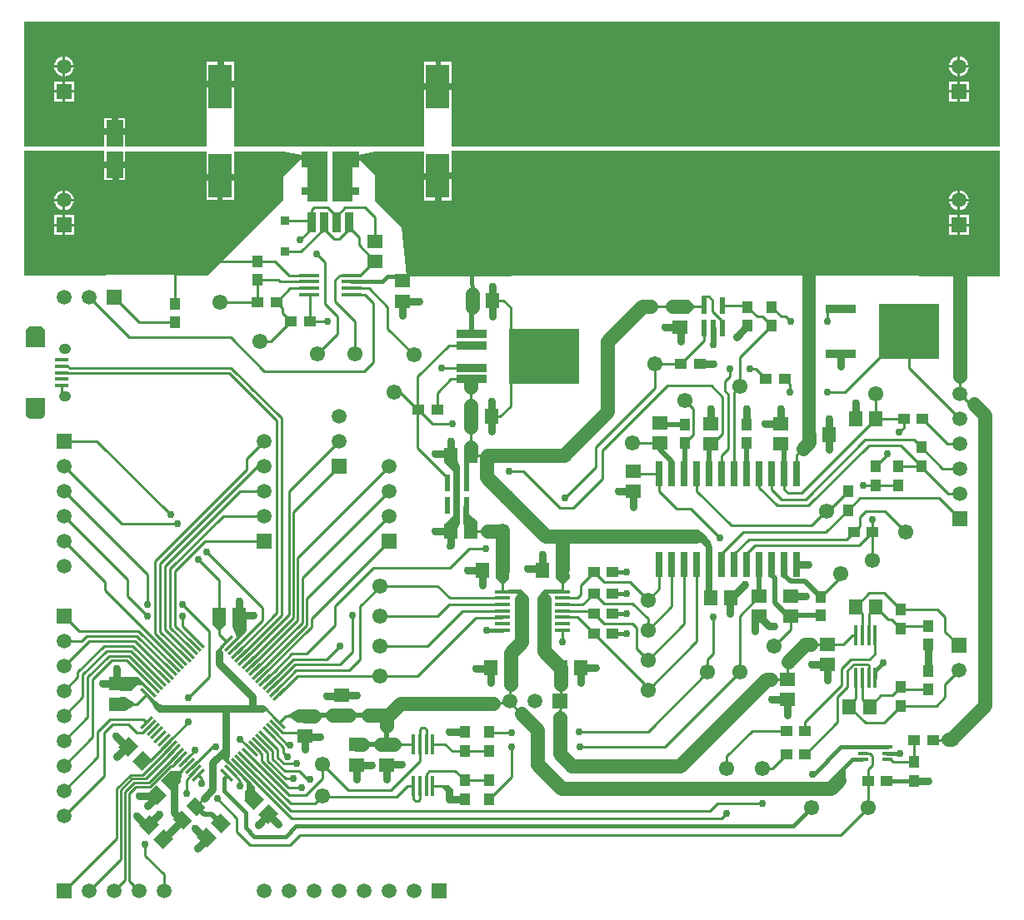
<source format=gtl>
G04*
G04 #@! TF.GenerationSoftware,Altium Limited,Altium Designer,18.1.9 (240)*
G04*
G04 Layer_Physical_Order=1*
G04 Layer_Color=255*
%FSLAX25Y25*%
%MOIN*%
G70*
G01*
G75*
%ADD11C,0.01000*%
%ADD49R,0.05315X0.01575*%
%ADD50R,0.02400X0.07000*%
%ADD51R,0.04134X0.01772*%
%ADD52R,0.01772X0.07874*%
%ADD53R,0.06299X0.01772*%
%ADD54R,0.07874X0.01772*%
%ADD55R,0.24410X0.21850*%
%ADD56R,0.12205X0.03347*%
G04:AMPARAMS|DCode=57|XSize=11.81mil|YSize=62.99mil|CornerRadius=0mil|HoleSize=0mil|Usage=FLASHONLY|Rotation=45.000|XOffset=0mil|YOffset=0mil|HoleType=Round|Shape=Rectangle|*
%AMROTATEDRECTD57*
4,1,4,0.01810,-0.02645,-0.02645,0.01810,-0.01810,0.02645,0.02645,-0.01810,0.01810,-0.02645,0.0*
%
%ADD57ROTATEDRECTD57*%

G04:AMPARAMS|DCode=58|XSize=11.81mil|YSize=62.99mil|CornerRadius=0mil|HoleSize=0mil|Usage=FLASHONLY|Rotation=135.000|XOffset=0mil|YOffset=0mil|HoleType=Round|Shape=Rectangle|*
%AMROTATEDRECTD58*
4,1,4,0.02645,0.01810,-0.01810,-0.02645,-0.02645,-0.01810,0.01810,0.02645,0.02645,0.01810,0.0*
%
%ADD58ROTATEDRECTD58*%

%ADD59R,0.02756X0.10236*%
%ADD60R,0.04724X0.04331*%
%ADD61R,0.04331X0.04724*%
%ADD62R,0.03500X0.08000*%
%ADD63R,0.08000X0.20000*%
G04:AMPARAMS|DCode=64|XSize=50.59mil|YSize=57.87mil|CornerRadius=0mil|HoleSize=0mil|Usage=FLASHONLY|Rotation=45.000|XOffset=0mil|YOffset=0mil|HoleType=Round|Shape=Rectangle|*
%AMROTATEDRECTD64*
4,1,4,0.00258,-0.03835,-0.03835,0.00258,-0.00258,0.03835,0.03835,-0.00258,0.00258,-0.03835,0.0*
%
%ADD64ROTATEDRECTD64*%

%ADD65R,0.03740X0.03543*%
%ADD66R,0.06693X0.11024*%
%ADD67R,0.05906X0.05512*%
G04:AMPARAMS|DCode=68|XSize=55.12mil|YSize=59.06mil|CornerRadius=0mil|HoleSize=0mil|Usage=FLASHONLY|Rotation=45.000|XOffset=0mil|YOffset=0mil|HoleType=Round|Shape=Rectangle|*
%AMROTATEDRECTD68*
4,1,4,0.00139,-0.04037,-0.04037,0.00139,-0.00139,0.04037,0.04037,-0.00139,0.00139,-0.04037,0.0*
%
%ADD68ROTATEDRECTD68*%

%ADD69R,0.05512X0.05906*%
%ADD70R,0.09252X0.17717*%
G04:AMPARAMS|DCode=71|XSize=55.12mil|YSize=59.06mil|CornerRadius=0mil|HoleSize=0mil|Usage=FLASHONLY|Rotation=315.000|XOffset=0mil|YOffset=0mil|HoleType=Round|Shape=Rectangle|*
%AMROTATEDRECTD71*
4,1,4,-0.04037,-0.00139,0.00139,0.04037,0.04037,0.00139,-0.00139,-0.04037,-0.04037,-0.00139,0.0*
%
%ADD71ROTATEDRECTD71*%

%ADD72C,0.03000*%
%ADD73C,0.01800*%
%ADD74C,0.02000*%
%ADD75C,0.02800*%
%ADD76C,0.05500*%
%ADD77C,0.02400*%
%ADD78R,0.28060X0.22260*%
%ADD79R,0.02420X0.03000*%
%ADD80R,0.02500X0.03000*%
%ADD81R,0.04500X0.03000*%
%ADD82R,0.03000X0.03000*%
%ADD83R,0.02275X0.03000*%
%ADD84R,0.05500X0.70560*%
%ADD85R,0.24000X0.50295*%
%ADD86R,0.27000X0.50000*%
%ADD87R,1.38100X0.50000*%
%ADD88R,0.27000X0.16000*%
%ADD89R,0.43000X0.50000*%
%ADD90R,1.77400X0.50295*%
%ADD91R,0.32500X0.16000*%
%ADD92R,0.32500X0.50000*%
%ADD93R,0.32500X0.38109*%
%ADD94R,0.32500X0.38500*%
%ADD95R,0.32500X0.49661*%
%ADD96R,0.76000X0.50000*%
%ADD97O,0.04724X0.02067*%
%ADD98O,0.04921X0.04134*%
%ADD99C,0.05906*%
%ADD100R,0.05906X0.05906*%
%ADD101R,0.05906X0.05906*%
%ADD102C,0.06102*%
%ADD103C,0.03000*%
G36*
X39653Y327410D02*
X39154D01*
Y315453D01*
X7153D01*
Y365453D01*
X39653D01*
Y327410D01*
D02*
G37*
G36*
X122000Y307035D02*
X118000Y307035D01*
X118000Y310700D01*
X110760Y303460D01*
Y294260D01*
X80339Y263839D01*
X67500D01*
Y294260D01*
X91000D01*
Y313500D01*
X110760D01*
Y313500D01*
X118000Y312000D01*
X118000Y312000D01*
Y313535D01*
X122000Y313535D01*
X122000Y307035D01*
D02*
G37*
G36*
Y296035D02*
X118000D01*
Y299035D01*
X122000D01*
Y296035D01*
D02*
G37*
G36*
X39154Y301590D02*
X39634D01*
Y263891D01*
X7135D01*
Y313891D01*
X39154D01*
Y301590D01*
D02*
G37*
G36*
X14355Y243086D02*
X14909Y242532D01*
X15209Y241809D01*
Y241417D01*
Y235118D01*
X7728D01*
Y241417D01*
Y241809D01*
X8028Y242532D01*
X8582Y243086D01*
X9305Y243386D01*
X13632D01*
X14355Y243086D01*
D02*
G37*
G36*
X15209Y208347D02*
Y207955D01*
X14909Y207231D01*
X14355Y206678D01*
X13632Y206378D01*
X9305D01*
X8582Y206678D01*
X8028Y207231D01*
X7728Y207955D01*
Y208347D01*
Y214646D01*
X15209D01*
Y208347D01*
D02*
G37*
G36*
X87800Y125300D02*
Y124000D01*
X85500Y121700D01*
X84700D01*
X82400Y124000D01*
Y126900D01*
X87800Y125300D01*
D02*
G37*
G36*
X95900Y122700D02*
Y122200D01*
X95573Y120873D01*
X92200Y117500D01*
X89700Y116600D01*
X92000Y119100D01*
X90400Y123200D01*
Y125880D01*
X91420Y126900D01*
X95900D01*
Y122700D01*
D02*
G37*
G36*
X87100Y115200D02*
X86194Y113932D01*
X86292Y111783D01*
X86100Y111400D01*
X83800Y111100D01*
Y113500D01*
X86200Y115900D01*
X87100Y115200D01*
D02*
G37*
G36*
X55900Y99800D02*
X54750Y99300D01*
X54350Y99700D01*
X52200D01*
X50099Y97599D01*
X45650D01*
X45500Y97749D01*
Y103100D01*
X52600D01*
X55900Y99800D01*
D02*
G37*
G36*
X51200Y92700D02*
X51300Y91800D01*
X47400Y89500D01*
X45800D01*
X45400Y95000D01*
X47300D01*
X51200Y92700D01*
D02*
G37*
G36*
X61400Y92100D02*
X62600Y91800D01*
X63500Y88800D01*
X61100D01*
X59200Y90700D01*
X58400Y92100D01*
X56500Y94800D01*
X58200D01*
X61400Y92100D01*
D02*
G37*
G36*
X118100Y90000D02*
X117400Y89300D01*
Y84793D01*
X116507D01*
X113000Y87100D01*
X111828Y87535D01*
X116600Y90200D01*
X118100Y90000D01*
D02*
G37*
G36*
X89100Y72100D02*
Y69500D01*
X89599Y68800D01*
X88700Y68200D01*
X87200Y69500D01*
X86200Y70700D01*
Y72600D01*
X87600D01*
X88100Y73100D01*
X89100Y72100D01*
D02*
G37*
G36*
X71594Y66300D02*
X69900Y64250D01*
X69694Y61200D01*
X68394Y59900D01*
X68294Y59800D01*
X64194Y64000D01*
X65494Y65306D01*
X68900Y65600D01*
X70994Y67300D01*
X71594Y66300D01*
D02*
G37*
G36*
X99350Y59150D02*
Y55450D01*
X97350Y53450D01*
X95245D01*
X95350Y55650D01*
Y57350D01*
X96100Y58100D01*
Y60751D01*
X94500Y62500D01*
X94471Y63900D01*
X99350Y59150D01*
D02*
G37*
G36*
X178600Y56800D02*
Y58200D01*
X177000Y59800D01*
X173700D01*
Y59650D01*
X174200Y59150D01*
X175700Y57400D01*
X178600Y56800D01*
D02*
G37*
G36*
X200400Y136300D02*
X204300D01*
X204700Y135900D01*
X208100D01*
X206000Y138000D01*
X200700D01*
X200400Y136300D01*
D02*
G37*
G36*
X195700Y143400D02*
Y142700D01*
X198000Y140400D01*
X199000D01*
X201200Y142600D01*
X201200Y143300D01*
X195700Y143400D01*
D02*
G37*
G36*
X190900Y156000D02*
D01*
D02*
G37*
G36*
X188535Y165324D02*
X185135Y168256D01*
Y172652D01*
X182835Y171588D01*
Y164000D01*
X188535Y162124D01*
Y165324D01*
D02*
G37*
G36*
X175000Y160976D02*
Y164000D01*
X178800Y167800D01*
Y185300D01*
X174900Y188800D01*
X175300Y192800D01*
X180400Y189900D01*
X181500Y187300D01*
Y164600D01*
X178800Y159300D01*
X175000Y160976D01*
D02*
G37*
G36*
X222535Y136300D02*
X213400D01*
X215100Y138000D01*
X222000D01*
X222535Y136300D01*
D02*
G37*
G36*
X219800Y143500D02*
Y142600D01*
X222000Y140400D01*
X222950D01*
X225300Y142750D01*
Y144100D01*
X219800Y143500D01*
D02*
G37*
G36*
X279933Y150880D02*
X282533D01*
Y154580D01*
X282433Y154680D01*
X281676Y157024D01*
X279225Y160177D01*
X276664Y162036D01*
X273289D01*
X271333Y160080D01*
X274533Y156880D01*
Y156680D01*
X277920D01*
X279626Y154974D01*
X279933Y150880D01*
D02*
G37*
G36*
X342600Y69100D02*
X338900Y69100D01*
X335800Y66000D01*
Y61698D01*
X333016Y61783D01*
Y63217D01*
X332050Y62250D01*
X330800Y63500D01*
X338100Y70800D01*
X343100D01*
X342600Y69100D01*
D02*
G37*
G36*
X397483Y315500D02*
X364983D01*
Y365500D01*
X397483D01*
Y315500D01*
D02*
G37*
G36*
X141000Y296035D02*
X137250D01*
Y299035D01*
X141000D01*
Y296035D01*
D02*
G37*
G36*
Y312000D02*
X147500Y313535D01*
X167016Y313528D01*
X167016Y293756D01*
X202000Y293756D01*
X202000Y263535D01*
X177465Y263535D01*
X159900D01*
X158053Y282947D01*
X147500Y293500D01*
Y304102D01*
X141000Y310602D01*
Y307035D01*
X137000D01*
Y313535D01*
X141000D01*
Y312000D01*
D02*
G37*
G36*
X397483Y263500D02*
X364983D01*
Y313795D01*
X397483D01*
Y263500D01*
D02*
G37*
G36*
X275200Y251700D02*
Y250800D01*
X273000Y248600D01*
X270400D01*
X270000Y254000D01*
X272900D01*
X275200Y251700D01*
D02*
G37*
%LPC*%
G36*
X23500Y351421D02*
Y348000D01*
X26921D01*
X26851Y348532D01*
X26453Y349493D01*
X25819Y350319D01*
X24993Y350953D01*
X24032Y351351D01*
X23500Y351421D01*
D02*
G37*
G36*
X22500D02*
X21968Y351351D01*
X21007Y350953D01*
X20181Y350319D01*
X19547Y349493D01*
X19149Y348532D01*
X19079Y348000D01*
X22500D01*
Y351421D01*
D02*
G37*
G36*
X26921Y347000D02*
X23500D01*
Y343579D01*
X24032Y343649D01*
X24993Y344047D01*
X25819Y344681D01*
X26453Y345507D01*
X26851Y346468D01*
X26921Y347000D01*
D02*
G37*
G36*
X22500D02*
X19079D01*
X19149Y346468D01*
X19547Y345507D01*
X20181Y344681D01*
X21007Y344047D01*
X21968Y343649D01*
X22500Y343579D01*
Y347000D01*
D02*
G37*
G36*
X26953Y341453D02*
X23500D01*
Y338000D01*
X26953D01*
Y341453D01*
D02*
G37*
G36*
X22500D02*
X19047D01*
Y338000D01*
X22500D01*
Y341453D01*
D02*
G37*
G36*
X26953Y337000D02*
X23500D01*
Y333547D01*
X26953D01*
Y337000D01*
D02*
G37*
G36*
X22500D02*
X19047D01*
Y333547D01*
X22500D01*
Y337000D01*
D02*
G37*
G36*
X23500Y297921D02*
Y294500D01*
X26921D01*
X26851Y295032D01*
X26453Y295993D01*
X25819Y296819D01*
X24993Y297453D01*
X24032Y297851D01*
X23500Y297921D01*
D02*
G37*
G36*
X22500D02*
X21968Y297851D01*
X21007Y297453D01*
X20181Y296819D01*
X19547Y295993D01*
X19149Y295032D01*
X19079Y294500D01*
X22500D01*
Y297921D01*
D02*
G37*
G36*
X26921Y293500D02*
X23500D01*
Y290079D01*
X24032Y290149D01*
X24993Y290547D01*
X25819Y291181D01*
X26453Y292007D01*
X26851Y292968D01*
X26921Y293500D01*
D02*
G37*
G36*
X22500D02*
X19079D01*
X19149Y292968D01*
X19547Y292007D01*
X20181Y291181D01*
X21007Y290547D01*
X21968Y290149D01*
X22500Y290079D01*
Y293500D01*
D02*
G37*
G36*
X26953Y287953D02*
X23500D01*
Y284500D01*
X26953D01*
Y287953D01*
D02*
G37*
G36*
X22500D02*
X19047D01*
Y284500D01*
X22500D01*
Y287953D01*
D02*
G37*
G36*
X26953Y283500D02*
X23500D01*
Y280047D01*
X26953D01*
Y283500D01*
D02*
G37*
G36*
X22500D02*
X19047D01*
Y280047D01*
X22500D01*
Y283500D01*
D02*
G37*
G36*
X381500Y351421D02*
Y348000D01*
X384921D01*
X384851Y348532D01*
X384453Y349493D01*
X383819Y350319D01*
X382993Y350953D01*
X382032Y351351D01*
X381500Y351421D01*
D02*
G37*
G36*
X380500D02*
X379968Y351351D01*
X379007Y350953D01*
X378181Y350319D01*
X377547Y349493D01*
X377149Y348532D01*
X377079Y348000D01*
X380500D01*
Y351421D01*
D02*
G37*
G36*
X384921Y347000D02*
X381500D01*
Y343579D01*
X382032Y343649D01*
X382993Y344047D01*
X383819Y344681D01*
X384453Y345507D01*
X384851Y346468D01*
X384921Y347000D01*
D02*
G37*
G36*
X380500D02*
X377079D01*
X377149Y346468D01*
X377547Y345507D01*
X378181Y344681D01*
X379007Y344047D01*
X379968Y343649D01*
X380500Y343579D01*
Y347000D01*
D02*
G37*
G36*
X384953Y341453D02*
X381500D01*
Y338000D01*
X384953D01*
Y341453D01*
D02*
G37*
G36*
X380500D02*
X377047D01*
Y338000D01*
X380500D01*
Y341453D01*
D02*
G37*
G36*
X384953Y337000D02*
X381500D01*
Y333547D01*
X384953D01*
Y337000D01*
D02*
G37*
G36*
X380500D02*
X377047D01*
Y333547D01*
X380500D01*
Y337000D01*
D02*
G37*
G36*
X381500Y297921D02*
Y294500D01*
X384921D01*
X384851Y295032D01*
X384453Y295993D01*
X383819Y296819D01*
X382993Y297453D01*
X382032Y297851D01*
X381500Y297921D01*
D02*
G37*
G36*
X380500D02*
X379968Y297851D01*
X379007Y297453D01*
X378181Y296819D01*
X377547Y295993D01*
X377149Y295032D01*
X377079Y294500D01*
X380500D01*
Y297921D01*
D02*
G37*
G36*
X384921Y293500D02*
X381500D01*
Y290079D01*
X382032Y290149D01*
X382993Y290547D01*
X383819Y291181D01*
X384453Y292007D01*
X384851Y292968D01*
X384921Y293500D01*
D02*
G37*
G36*
X380500D02*
X377079D01*
X377149Y292968D01*
X377547Y292007D01*
X378181Y291181D01*
X379007Y290547D01*
X379968Y290149D01*
X380500Y290079D01*
Y293500D01*
D02*
G37*
G36*
X384953Y287953D02*
X381500D01*
Y284500D01*
X384953D01*
Y287953D01*
D02*
G37*
G36*
X380500D02*
X377047D01*
Y284500D01*
X380500D01*
Y287953D01*
D02*
G37*
G36*
X384953Y283500D02*
X381500D01*
Y280047D01*
X384953D01*
Y283500D01*
D02*
G37*
G36*
X380500D02*
X377047D01*
Y280047D01*
X380500D01*
Y283500D01*
D02*
G37*
%LPD*%
D11*
X93797Y111496D02*
X110100Y127799D01*
X75000Y224882D02*
X89018D01*
X108100Y205800D01*
X52800Y224882D02*
X75000Y224882D01*
X108100Y128628D02*
Y205800D01*
X92383Y112910D02*
X108100Y128628D01*
X22000Y224882D02*
X25118D01*
X89846Y226882D02*
X110100Y206628D01*
X97503Y219225D02*
X110100Y206628D01*
X51386Y226882D02*
X75000Y226882D01*
X89846D01*
X110100Y127799D02*
Y206628D01*
X22000Y227441D02*
X24559D01*
X25118Y226882D01*
Y224882D02*
X52800D01*
X25118Y226882D02*
X51386D01*
X90991Y114302D02*
X102500Y125811D01*
Y130672D01*
X113000Y177500D02*
X133000Y197500D01*
X113000Y127960D02*
Y177500D01*
X95167Y110126D02*
X113000Y127960D01*
X114654Y169154D02*
X133000Y187500D01*
X114654Y126830D02*
Y169154D01*
X116379Y150879D02*
X153000Y187500D01*
X116379Y125643D02*
Y150879D01*
X118214Y142714D02*
X153000Y177500D01*
X118214Y124822D02*
Y142714D01*
X120101Y134601D02*
X153000Y167500D01*
X120101Y123925D02*
Y134601D01*
X122000Y126500D02*
X153000Y157500D01*
X122000Y123228D02*
Y126500D01*
X96559Y108734D02*
X114654Y126830D01*
X98078Y107343D02*
X116379Y125643D01*
X99343Y105951D02*
X118214Y124822D01*
X100734Y104559D02*
X120101Y123925D01*
X102126Y103354D02*
X122000Y123228D01*
X96000Y186000D02*
Y190500D01*
X59500Y149500D02*
X96000Y186000D01*
Y190500D02*
X103000Y197500D01*
X103087Y225500D02*
X143079D01*
X89599Y238988D02*
X103087Y225500D01*
X49012Y238988D02*
X89599D01*
X61500Y148500D02*
X101750Y188750D01*
X63500Y147500D02*
X93500Y177500D01*
X65500Y146406D02*
X86594Y167500D01*
X79500Y157500D02*
X103000D01*
X67500Y145500D02*
X79500Y157500D01*
X80000Y153172D02*
X102500Y130672D01*
X76793Y150000D02*
X85114Y141679D01*
X97951Y107343D02*
X98078D01*
X36158Y197500D02*
X65658Y168000D01*
X46000Y164500D02*
X68500D01*
X67500Y123595D02*
Y145500D01*
X65500Y122811D02*
Y146406D01*
X86594Y167500D02*
X103000D01*
X102126Y103167D02*
Y103354D01*
X261333Y194267D02*
X263706Y196640D01*
X365813Y187380D02*
X376654Y176540D01*
X278521Y255286D02*
X281021D01*
X222508Y137177D02*
Y146575D01*
X221559Y93499D02*
X221618Y100000D01*
X221500Y87000D02*
X221559Y93499D01*
X321933Y163640D02*
X328233Y169940D01*
X194827Y92800D02*
X201500D01*
X141500Y131405D02*
X149595Y139500D01*
X187839Y126880D02*
X198492D01*
X116379Y103500D02*
X164459D01*
X164500Y210000D02*
Y223400D01*
Y194623D02*
Y210000D01*
X100465Y253240D02*
Y262020D01*
X48400Y135600D02*
X56500Y127500D01*
X162679Y232321D02*
X163521D01*
X257080Y109287D02*
Y110180D01*
X336662Y91234D02*
X339859Y94431D01*
X319250Y72250D02*
X319750D01*
X385373Y212400D02*
X386900D01*
X381233Y216540D02*
X385373Y212400D01*
X23000Y167500D02*
X48400Y142100D01*
Y135600D02*
Y142100D01*
X59500Y120460D02*
Y149500D01*
X70500Y123379D02*
Y127400D01*
Y123379D02*
X76793Y117086D01*
X67500Y123595D02*
X75401Y115694D01*
X63000Y17500D02*
Y24000D01*
X55500Y31500D02*
X63000Y24000D01*
X55500Y31500D02*
Y36000D01*
X23000Y157500D02*
X39500Y141000D01*
Y137676D02*
Y141000D01*
X23000Y177500D02*
X56426Y144074D01*
Y132059D02*
Y144074D01*
X23000Y187500D02*
X46000Y164500D01*
X23000Y197500D02*
X36158D01*
X85114Y127700D02*
Y141679D01*
X70500Y131950D02*
X81000Y121450D01*
Y102975D02*
Y121450D01*
X72825Y94800D02*
X81000Y102975D01*
X23000Y127500D02*
X28963Y121537D01*
X52855D01*
X61500Y121244D02*
Y148500D01*
X93500Y177500D02*
X103000D01*
X63500Y122028D02*
Y147500D01*
X39500Y137676D02*
X68441Y108734D01*
X32000Y119500D02*
X52108D01*
X30000Y117500D02*
X32000Y119500D01*
X23000Y117500D02*
X30000D01*
X52108Y119500D02*
X65658Y105951D01*
X23000Y107500D02*
X33000Y117500D01*
X28446Y104946D02*
X39000Y115500D01*
X28446Y102946D02*
Y104946D01*
X23000Y97500D02*
X28446Y102946D01*
X23000Y87500D02*
X30500Y95000D01*
Y104000D01*
X23000Y77500D02*
X32500Y87000D01*
Y103000D01*
X23000Y67500D02*
X34500Y79000D01*
Y102251D01*
X39000Y80612D02*
X42388Y84000D01*
X39000Y63500D02*
Y80612D01*
X23000Y47500D02*
X39000Y63500D01*
X23000Y57500D02*
X36500Y71000D01*
Y81112D01*
X33000Y117500D02*
X51324D01*
X39000Y115500D02*
X50540D01*
X30500Y104000D02*
X40000Y113500D01*
X32500Y103000D02*
X41018Y111518D01*
X40000Y113500D02*
X49756D01*
X41018Y111518D02*
X48954D01*
X42016Y109767D02*
X47922D01*
X34500Y102251D02*
X42016Y109767D01*
X36500Y81112D02*
X41388Y86000D01*
X54707D02*
X55914Y84793D01*
X41388Y86000D02*
X54707D01*
X48674Y84000D02*
X52057Y80617D01*
X42388Y84000D02*
X48674D01*
X52855Y121537D02*
X67049Y107343D01*
X44000Y58363D02*
X49551Y63914D01*
X44000Y38500D02*
Y58363D01*
X23000Y17500D02*
X44000Y38500D01*
X49551Y63914D02*
X54522D01*
X45674Y57775D02*
X50200Y62300D01*
X45674Y30174D02*
Y57775D01*
X33000Y17500D02*
X45674Y30174D01*
X50200Y62300D02*
X55692D01*
X47275Y57037D02*
X50937Y60700D01*
X47275Y21775D02*
Y57037D01*
X43000Y17500D02*
X47275Y21775D01*
X50937Y60700D02*
X56876D01*
X49000Y56500D02*
X51600Y59100D01*
X49000Y21500D02*
Y56500D01*
Y21500D02*
X53000Y17500D01*
X51600Y59100D02*
X57539D01*
X143339Y256161D02*
X146800Y252700D01*
Y229221D02*
Y252700D01*
X143079Y225500D02*
X146800Y229221D01*
X33000Y255000D02*
X49012Y238988D01*
X43000Y255000D02*
X52945Y245055D01*
X177824Y222324D02*
X185821D01*
X22000Y216614D02*
Y219764D01*
Y216614D02*
X23280Y215335D01*
X201692Y220692D02*
X210500Y229500D01*
X201692Y211492D02*
Y220692D01*
X197500Y207300D02*
X201692Y211492D01*
Y240500D02*
Y250948D01*
X198840Y253800D02*
X201692Y250948D01*
X193892Y207300D02*
X197500D01*
X194392Y253800D02*
X198840D01*
X155465Y76265D02*
X162797D01*
X152500Y242500D02*
X162679Y232321D01*
X152500Y242500D02*
Y251240D01*
X176888Y235788D02*
X186124D01*
X164500Y223400D02*
X176888Y235788D01*
X185735Y161500D02*
X192500D01*
X185821Y211814D02*
Y219121D01*
X201100Y185300D02*
X206834D01*
X221434Y170700D01*
X185735Y191800D02*
X192300D01*
X185821Y195086D02*
Y203000D01*
X222508Y146575D02*
X222535Y146602D01*
X226700Y170700D02*
X238500Y182500D01*
X221434Y170700D02*
X226700D01*
X259400Y251321D02*
X266300D01*
X201500Y102543D02*
X201657Y102700D01*
X201500Y93500D02*
Y102543D01*
X321700Y115994D02*
X321741Y116035D01*
X328500D01*
X312500Y109126D02*
X312637Y109263D01*
X312500Y102035D02*
Y109126D01*
X305800Y102035D02*
X312500D01*
X221400Y86900D02*
X221500Y87000D01*
X201500Y92800D02*
X206000Y88300D01*
X266206Y184491D02*
Y189394D01*
X316206Y192206D02*
X318600Y194600D01*
X316206Y184491D02*
Y192206D01*
X75707Y51407D02*
X78900Y54600D01*
X75707Y51207D02*
Y51407D01*
X170474Y59336D02*
X175164D01*
X143500Y87665D02*
X144565D01*
X376491Y77891D02*
X376800Y78200D01*
X370673Y77891D02*
X376491D01*
X381233Y216540D02*
Y223500D01*
X278457Y251321D02*
X279021Y251886D01*
X269261Y251321D02*
X278457D01*
X198427Y145800D02*
X198492Y145735D01*
Y137177D02*
Y145735D01*
X328500Y116035D02*
X334735D01*
X338399Y119699D01*
X339859D01*
X85114Y120179D02*
X88207Y117086D01*
X85114Y120179D02*
Y127700D01*
X44000Y92265D02*
X51972D01*
X55914Y96207D01*
X102500Y90300D02*
X103579D01*
X109086Y84793D01*
X111828Y87535D02*
X119500D01*
X109086Y84793D02*
X111828Y87535D01*
X50540Y115500D02*
X62874Y103167D01*
X51324Y117500D02*
X64266Y104559D01*
X65500Y122811D02*
X74009Y114302D01*
X63500Y122028D02*
X72617Y112910D01*
X61500Y121244D02*
X71225Y111518D01*
X52945Y245055D02*
X67500D01*
X362913Y198000D02*
X365933Y194980D01*
X343353Y198000D02*
X362913D01*
X319593Y174240D02*
X343353Y198000D01*
X357588Y195845D02*
X365933Y187500D01*
X344938Y195845D02*
X357588D01*
X320733Y171640D02*
X344938Y195845D01*
X357093Y201000D02*
X358993Y202900D01*
X347733Y187380D02*
X352500Y192147D01*
Y192300D01*
X47922Y109767D02*
X58698Y98991D01*
X48954Y111518D02*
X60090Y100383D01*
X95167Y70874D02*
X98172Y67869D01*
Y67869D02*
Y67869D01*
X96559Y72265D02*
X99562Y69262D01*
Y69259D02*
Y69262D01*
X103518Y101775D02*
X107218Y105475D01*
X107240D01*
X76793Y63914D02*
X78200Y62507D01*
Y60600D02*
Y62507D01*
X157294Y217206D02*
X164500Y210000D01*
X155000Y217206D02*
X157294D01*
X59500Y120460D02*
X69833Y110126D01*
X82511Y75200D02*
X83575D01*
X74009Y66698D02*
X82511Y75200D01*
X72000Y56600D02*
Y61905D01*
X75401Y65306D01*
X110900Y68400D02*
X115900D01*
X108500Y70800D02*
X110900Y68400D01*
X49756Y113500D02*
X61482Y101775D01*
X117194Y65306D02*
X120300Y62200D01*
X111394Y65306D02*
X117194D01*
X106500Y70200D02*
X111394Y65306D01*
X120300Y62200D02*
X121300D01*
X106302Y82009D02*
X112511Y75800D01*
X113300D01*
X110700Y72800D02*
X112300Y71200D01*
X110700Y72800D02*
Y74827D01*
X104910Y80617D02*
X110700Y74827D01*
X108500Y70800D02*
Y74244D01*
X103518Y79225D02*
X108500Y74244D01*
X106500Y70200D02*
Y73460D01*
X111700Y62300D02*
X114654D01*
X104400Y69600D02*
X111700Y62300D01*
X104400Y69600D02*
Y72776D01*
X100734Y76441D02*
X104400Y72776D01*
X102200Y69500D02*
X112800Y58900D01*
X118000D01*
X102200Y69500D02*
Y72192D01*
X99343Y75049D02*
X102200Y72192D01*
X119700Y55700D02*
X126500Y62500D01*
X113120Y55700D02*
X119700D01*
X99562Y69259D02*
X113120Y55700D01*
X93300Y78200D02*
X93408D01*
X97951Y73658D01*
X102126Y77833D02*
X106500Y73460D01*
X110345Y80751D02*
X118214D01*
X119500Y79465D01*
X107694Y83401D02*
X110345Y80751D01*
X123400Y52400D02*
X126500Y55500D01*
X113640Y52400D02*
X123400D01*
X98172Y67869D02*
X113640Y52400D01*
X113756Y49500D02*
X281500D01*
X93775Y69482D02*
X113756Y49500D01*
X113972Y46500D02*
X286200D01*
X92383Y68090D02*
X113972Y46500D01*
X136700Y57758D02*
X153635D01*
X126500Y67958D02*
X136700Y57758D01*
X126500Y62500D02*
Y67958D01*
X146800Y146800D02*
X177300D01*
X131500Y131500D02*
X146800Y146800D01*
X131500Y123699D02*
Y131500D01*
X120101Y112300D02*
X131500Y123699D01*
X114066Y112300D02*
X120101D01*
X107240Y105475D02*
X114066Y112300D01*
X114654Y110126D02*
X128126D01*
X133500Y115500D01*
X138500Y113134D02*
Y127640D01*
X52057Y80617D02*
X54522D01*
X57306Y83401D01*
X84300Y54300D02*
X92100Y46500D01*
Y41100D02*
Y46500D01*
Y41100D02*
X97300Y35900D01*
X113450D01*
X117250Y39700D01*
X333693Y39700D02*
X344693Y50700D01*
X117250Y39700D02*
X333693Y39700D01*
X90991Y66698D02*
X97700Y59989D01*
Y56600D02*
Y59989D01*
Y56600D02*
X99100Y55200D01*
X93500Y59600D02*
Y61405D01*
X89599Y65306D02*
X93500Y61405D01*
X64266Y76441D02*
X72825Y85001D01*
X57539Y59100D02*
X65739Y67300D01*
X66260D01*
X69833Y70874D01*
X56876Y60700D02*
X68441Y72265D01*
X55692Y62300D02*
X67049Y73658D01*
X54522Y63914D02*
X65658Y75049D01*
X75401Y73658D02*
X75401D01*
X71225Y69482D02*
X75401Y73658D01*
X57271Y69446D02*
X64266Y76441D01*
X54254Y69446D02*
X57271D01*
X284400Y52400D02*
X302400D01*
X281500Y49500D02*
X284400Y52400D01*
X286200Y46500D02*
X288200Y48500D01*
X133330Y107965D02*
X138500Y113134D01*
X115276Y107965D02*
X133330D01*
X104910Y100383D02*
X114654Y110126D01*
X106302Y98991D02*
X115276Y107965D01*
X107694Y97599D02*
X115722Y105626D01*
X137126D02*
X141500Y110000D01*
X115722Y105626D02*
X137126D01*
X141500Y110000D02*
Y131405D01*
X149595Y139500D02*
X172500D01*
X177382Y134618D02*
X198492D01*
X172500Y139500D02*
X177382Y134618D01*
X182500Y129500D02*
X198492D01*
X168500Y115500D02*
X182500Y129500D01*
X149618Y115500D02*
X168500D01*
X164459Y103500D02*
X187839Y126880D01*
X149500Y127382D02*
X149618Y127500D01*
X172500D01*
X149500Y115382D02*
X149618Y115500D01*
X253028Y196845D02*
X261333D01*
X238500Y182500D02*
Y193928D01*
X264212Y219640D02*
X282083D01*
X238500Y193928D02*
X264212Y219640D01*
X259500Y218916D02*
Y228584D01*
X235657Y195072D02*
X259500Y218916D01*
X235657Y187057D02*
Y195072D01*
X223500Y174900D02*
X235657Y187057D01*
X282761Y112290D02*
Y126941D01*
X280500Y110028D02*
X282761Y112290D01*
X280500Y105000D02*
Y110028D01*
X256612Y81112D02*
X280500Y105000D01*
X109086Y96207D02*
X116379Y103500D01*
X126500Y55500D02*
X127042Y54957D01*
X344693Y50700D02*
Y61460D01*
X306520Y66500D02*
X312020Y72000D01*
X302400Y66500D02*
X306520D01*
X288200D02*
Y71450D01*
X229500Y75200D02*
X263440D01*
X229200Y81112D02*
X256612D01*
X288200Y71450D02*
X298250Y81500D01*
X307206Y115500D02*
X313706Y122000D01*
X319500Y85267D02*
X334000Y99767D01*
X319500Y81500D02*
Y85267D01*
X337735Y110234D02*
X345298D01*
X334000Y106500D02*
X337735Y110234D01*
X334000Y99767D02*
Y106500D01*
X319750Y72250D02*
X332500Y85000D01*
X319500Y72000D02*
X319750Y72250D01*
X336500Y105789D02*
X338945Y108234D01*
X336500Y99000D02*
Y105789D01*
X332500Y95000D02*
X336500Y99000D01*
X332500Y85000D02*
Y95000D01*
X337162Y91234D02*
X343662Y84734D01*
X298250Y81500D02*
X312020D01*
X375500Y95000D02*
Y100126D01*
X371994Y91494D02*
X375500Y95000D01*
X357635Y91494D02*
X371994D01*
X375500Y100126D02*
X381000Y105626D01*
X375500Y121126D02*
X381000Y115626D01*
X375500Y121126D02*
Y127000D01*
X372525Y129975D02*
X375500Y127000D01*
X357698Y129975D02*
X372525D01*
X333733Y143147D02*
Y144500D01*
X325706Y135120D02*
X333733Y143147D01*
X363066Y77764D02*
X363193Y77891D01*
X363066Y68940D02*
Y77764D01*
X354693Y68940D02*
X363066D01*
X353659Y69974D02*
X354693Y68940D01*
X352256Y69974D02*
X353659D01*
X344693Y62759D02*
Y66194D01*
X346433Y67935D01*
Y71433D01*
X345333Y72533D02*
X346433Y71433D01*
X342610Y72533D02*
X345333D01*
X193135Y54217D02*
X201900Y62982D01*
Y74958D01*
X193135Y80998D02*
X193383Y80751D01*
X201900D01*
X263440Y75200D02*
X293240Y105000D01*
Y127450D02*
X301206Y135416D01*
X293240Y105000D02*
Y127450D01*
X256600Y97767D02*
Y98810D01*
X234910Y120500D02*
X256600Y98810D01*
X234910Y128500D02*
X238910Y124500D01*
X250333D01*
X252000Y122833D01*
Y114367D02*
Y122833D01*
Y114367D02*
X256600Y109767D01*
X234910Y136500D02*
X238910Y132500D01*
X250500D01*
X256600Y126400D01*
Y121767D02*
Y126400D01*
X234910Y145000D02*
X238910Y141000D01*
X249367D01*
X256600Y133767D01*
X261206Y138373D02*
Y148270D01*
X256600Y133767D02*
X261206Y138373D01*
X256600Y109767D02*
X271206Y124373D01*
X256600Y121767D02*
X266206Y131373D01*
X271206Y124373D02*
Y148270D01*
X256600Y97767D02*
X276206Y117373D01*
X177300Y146800D02*
X184900Y154400D01*
X191700D01*
X222508Y126941D02*
X228469D01*
X222508Y134618D02*
X228238D01*
X229692Y136072D01*
Y139782D02*
X234910Y145000D01*
X229692Y136072D02*
Y139782D01*
X230469Y132059D02*
X234910Y136500D01*
X222508Y132059D02*
X230469D01*
X233910Y129500D02*
X234910Y128500D01*
X222508Y129500D02*
X233910D01*
X177059Y132059D02*
X198492D01*
X172500Y127500D02*
X177059Y132059D01*
X361130Y226643D02*
Y241500D01*
Y226643D02*
X381233Y206540D01*
X366473D02*
X376473Y196540D01*
X381233D01*
X365933Y194980D02*
X374373Y186540D01*
X381233D01*
X376654Y176540D02*
X381233D01*
X373133Y174640D02*
X381233Y166540D01*
X341473Y174640D02*
X373133D01*
X335439Y217206D02*
X359733Y241500D01*
X328500Y217206D02*
X335439D01*
X311240Y222500D02*
X313500Y220240D01*
Y217000D02*
Y220240D01*
X289500Y223535D02*
Y226500D01*
X287500Y221535D02*
X289500Y223535D01*
X287500Y217500D02*
Y221535D01*
X297500Y226500D02*
X299760D01*
X303760Y222500D01*
X293500Y231054D02*
X306206Y243760D01*
X293500Y219500D02*
Y231054D01*
X287500Y217500D02*
X288661Y216339D01*
Y194384D02*
Y216339D01*
X286206Y191929D02*
X288661Y194384D01*
X286206Y184491D02*
Y191929D01*
X282083Y219640D02*
X286500Y215223D01*
Y200407D02*
Y215223D01*
X282438Y196345D02*
X286500Y200407D01*
X329212Y250476D02*
X333768D01*
X328233Y249498D02*
X329212Y250476D01*
X328233Y245500D02*
Y249498D01*
X306206Y251240D02*
X309946Y247500D01*
X311706D01*
X313706Y245500D01*
X302466Y247500D02*
X306206Y243760D01*
X300276Y247500D02*
X302466D01*
X296535Y251240D02*
X300276Y247500D01*
X295890Y251886D02*
X296535Y251240D01*
X286502Y251886D02*
X295890D01*
X291206Y217206D02*
X293500Y219500D01*
X291206Y184491D02*
Y217206D01*
X329293Y169940D02*
X336733Y177380D01*
X328233Y169940D02*
X329293D01*
X259500Y228584D02*
X269752D01*
X299466Y155640D02*
X340973D01*
X296206Y152380D02*
X299466Y155640D01*
X228469Y126941D02*
X234910Y120500D01*
X279021Y237854D02*
Y242686D01*
X269752Y228584D02*
X279021Y237854D01*
X276206Y117373D02*
Y148270D01*
X338945Y108234D02*
X344438D01*
X357698Y122494D02*
X358678Y123475D01*
X368698D01*
X357635Y98975D02*
X358616Y97994D01*
X368698D01*
X354395Y95735D02*
X357635Y98975D01*
X349733Y95735D02*
X354395D01*
X345233Y91234D02*
X349733Y95735D01*
X343662Y84734D02*
X350876D01*
X357635Y91494D01*
X342418Y94049D02*
X345233Y91234D01*
X342418Y94049D02*
Y102770D01*
X339859Y94431D02*
Y102770D01*
X353958Y126234D02*
X357698Y122494D01*
X352733Y126234D02*
X353958D01*
X347733Y131234D02*
X352733Y126234D01*
X339662Y131234D02*
X345162Y136734D01*
X350938D01*
X357698Y129975D01*
X344977Y128479D02*
X347733Y131234D01*
X344977Y119699D02*
Y128479D01*
X339662Y131234D02*
X342418Y128479D01*
Y119699D02*
Y128479D01*
X345298Y110234D02*
X347536Y112473D01*
Y119699D01*
X344438Y108234D02*
X344977Y107695D01*
Y102770D02*
Y107695D01*
X127042Y54957D02*
X156135D01*
X160514Y59336D01*
X162797D01*
X153635Y57758D02*
X165356Y69478D01*
Y76265D01*
X179532Y65457D02*
X183292Y61698D01*
X169135Y65457D02*
X179532D01*
X167915Y64237D02*
X169135Y65457D01*
X167915Y59336D02*
Y64237D01*
X193135Y61698D02*
X193827D01*
X183292D02*
X193135D01*
X170474Y76265D02*
X175528D01*
X178276Y73517D01*
X183292D01*
X193135D01*
X165356Y54021D02*
Y59336D01*
X164635Y53301D02*
X165356Y54021D01*
X163635Y53301D02*
X164635D01*
X162797Y54139D02*
X163635Y53301D01*
X162797Y54139D02*
Y59336D01*
X167915Y76265D02*
Y82021D01*
X167135Y82801D02*
X167915Y82021D01*
X166135Y82801D02*
X167135D01*
X165356Y82021D02*
X166135Y82801D01*
X165356Y76265D02*
Y82021D01*
X282521Y249286D02*
Y253785D01*
X281021Y255286D02*
X282521Y253785D01*
Y249286D02*
X286502Y245305D01*
Y242686D02*
Y245305D01*
X289883Y163640D02*
X321933D01*
X276206Y177317D02*
X289883Y163640D01*
X294856Y161030D02*
X327863D01*
X286206Y152380D02*
X294856Y161030D01*
X276206Y177317D02*
Y184491D01*
X327863Y161030D02*
X336733Y169900D01*
X281706Y196345D02*
X282438D01*
X313706Y122000D02*
Y127345D01*
X271333Y213928D02*
X274733Y210528D01*
Y200124D02*
Y210528D01*
X271333Y196724D02*
X274733Y200124D01*
X347733Y216380D02*
X347768Y216345D01*
Y206540D02*
Y216345D01*
X328233Y168640D02*
Y168880D01*
X346473Y149640D02*
Y161140D01*
X346233Y166140D02*
X346473Y165900D01*
Y161140D02*
Y165900D01*
X351383Y169490D02*
X359733Y161140D01*
X343783Y169490D02*
X351383D01*
X341233Y166940D02*
X343783Y169490D01*
X341233Y163380D02*
Y166940D01*
X338993Y161140D02*
X341233Y163380D01*
X336733Y169900D02*
X341473Y174640D01*
X335993Y158140D02*
X338993Y161140D01*
X296966Y158140D02*
X335993D01*
X291206Y152380D02*
X296966Y158140D01*
X340973Y155640D02*
X346473Y161140D01*
X347473Y179640D02*
X347733Y179900D01*
X342733Y179640D02*
X347473D01*
X358993Y202900D02*
Y206540D01*
X365813Y187380D02*
X365933Y187500D01*
X356733Y187380D02*
X365813D01*
X347733Y179900D02*
X356733D01*
X308273Y171640D02*
X320733D01*
X309933Y174240D02*
X319593D01*
X318069Y176840D02*
X347768Y206540D01*
X312633Y176840D02*
X318069D01*
X301206Y178707D02*
Y184491D01*
Y178707D02*
X308273Y171640D01*
X347768Y206540D02*
X358993D01*
X311206Y178267D02*
X312633Y176840D01*
X311206Y178267D02*
Y184491D01*
X306206Y177967D02*
X309933Y174240D01*
X306206Y177967D02*
Y184491D01*
X276206Y148270D02*
Y149270D01*
X170260Y204500D02*
X178500D01*
X164760Y210000D02*
X170260Y204500D01*
X250833Y185416D02*
X251758Y184491D01*
X261206D01*
X286206Y148270D02*
Y152380D01*
X273706Y170380D02*
X285233Y158853D01*
X271206Y188880D02*
X271333Y189007D01*
X266206Y131373D02*
Y148270D01*
X222465Y117000D02*
Y121780D01*
X172240Y216740D02*
X177824Y222324D01*
X172240Y210000D02*
Y216740D01*
X173921Y226812D02*
X186124D01*
X164500Y194623D02*
X176460Y182663D01*
Y180900D02*
Y182663D01*
X177500Y155500D02*
X177665Y155665D01*
X177165Y192300D02*
X177665Y191800D01*
X132500Y240500D02*
Y247500D01*
X127500Y252500D02*
X132500Y247500D01*
X127500Y252500D02*
Y269000D01*
X124000Y272500D02*
X127500Y269000D01*
X124500Y232500D02*
X132500Y240500D01*
X121240Y245500D02*
X128500D01*
X131500Y253500D02*
X139500Y245500D01*
X131500Y253500D02*
Y262000D01*
X133339Y263839D01*
X137965D01*
X139500Y232500D02*
Y245500D01*
X145020Y258720D02*
X152500Y251240D01*
X137965Y258720D02*
X145020D01*
X137965Y256161D02*
X143339D01*
X117500Y278000D02*
X122000Y282500D01*
Y285035D01*
X117799Y273299D02*
X127000Y282500D01*
X111500Y273299D02*
X117799D01*
X121335Y285701D02*
X122000Y285035D01*
X111500Y285701D02*
X121335D01*
X133000Y278500D02*
X137000Y282500D01*
X131000Y278500D02*
X133000D01*
X127000Y282500D02*
X131000Y278500D01*
X137000Y282500D02*
Y283000D01*
Y285035D01*
X141000Y275965D02*
Y279000D01*
X137000Y283000D02*
X141000Y279000D01*
Y275965D02*
X147500Y269465D01*
Y277535D02*
Y287000D01*
X143500Y291000D02*
X147500Y287000D01*
X135500Y291000D02*
X143500D01*
X132000Y287500D02*
X135500Y291000D01*
X132000Y285035D02*
Y287500D01*
X122000Y285035D02*
Y290000D01*
X123000Y291000D01*
X128500D01*
X132000Y287500D01*
X146965Y269465D02*
X147500D01*
X141339Y263839D02*
X146965Y269465D01*
X137965Y263839D02*
X141339D01*
X76500Y269500D02*
X100465D01*
X67500Y252535D02*
Y275500D01*
X105760Y237500D02*
X113760Y245500D01*
X101500Y237500D02*
X105760D01*
X85240Y253240D02*
X100465D01*
X121035Y256161D02*
X121240Y255957D01*
Y245500D02*
Y255957D01*
X113461Y258720D02*
X121035D01*
X107980Y253240D02*
X113461Y258720D01*
X110465Y248795D02*
X113760Y245500D01*
X110465Y248795D02*
Y250756D01*
X107980Y253240D02*
X110465Y250756D01*
X109500Y261280D02*
X121035D01*
X108760Y262020D02*
X109500Y261280D01*
X100465Y262020D02*
X108760D01*
X100465Y269500D02*
X107500D01*
X113161Y263839D01*
X121035D01*
X289742Y134880D02*
X290206D01*
X268206Y170380D02*
X273706D01*
X313706Y127345D02*
X314001Y127640D01*
X306206Y143880D02*
Y148270D01*
X311206Y143880D02*
Y148270D01*
X261206Y177380D02*
X268206Y170380D01*
X261206Y177380D02*
Y184491D01*
X306206D02*
Y188880D01*
X281206Y195845D02*
X281706Y196345D01*
X271206Y184491D02*
Y188880D01*
X309671Y210345D02*
X309706Y210380D01*
X309671Y196345D02*
X311206Y194809D01*
X296206Y149270D02*
Y152380D01*
X291206Y149270D02*
Y152380D01*
X281206Y148270D02*
Y149270D01*
D49*
X22000Y230000D02*
D03*
Y227441D02*
D03*
Y224882D02*
D03*
Y222323D02*
D03*
Y219764D02*
D03*
D50*
X279021Y251886D02*
D03*
X286502D02*
D03*
Y242686D02*
D03*
X282761D02*
D03*
X279021D02*
D03*
X183940Y171700D02*
D03*
X176460D02*
D03*
Y180900D02*
D03*
X180200D02*
D03*
X183940D02*
D03*
D51*
X342610Y69974D02*
D03*
Y72533D02*
D03*
Y75092D02*
D03*
X352256D02*
D03*
Y72533D02*
D03*
Y69974D02*
D03*
D52*
X339859Y102770D02*
D03*
X342418D02*
D03*
X344977D02*
D03*
X347536D02*
D03*
X339859Y119699D02*
D03*
X342418D02*
D03*
X344977D02*
D03*
X347536D02*
D03*
X162797Y59336D02*
D03*
X165356D02*
D03*
X167915D02*
D03*
X170474D02*
D03*
X162797Y76265D02*
D03*
X165356D02*
D03*
X167915D02*
D03*
X170474D02*
D03*
D53*
X222508Y121823D02*
D03*
Y124382D02*
D03*
Y126941D02*
D03*
Y129500D02*
D03*
Y132059D02*
D03*
Y134618D02*
D03*
Y137177D02*
D03*
X198492Y121823D02*
D03*
Y124382D02*
D03*
Y126941D02*
D03*
Y129500D02*
D03*
Y132059D02*
D03*
Y134618D02*
D03*
Y137177D02*
D03*
D54*
X121035Y263839D02*
D03*
Y261280D02*
D03*
Y258720D02*
D03*
Y256161D02*
D03*
X137965Y263839D02*
D03*
Y261280D02*
D03*
Y258720D02*
D03*
Y256161D02*
D03*
D55*
X213487Y231300D02*
D03*
X361130Y241500D02*
D03*
D56*
X186124Y222324D02*
D03*
Y226812D02*
D03*
Y235788D02*
D03*
Y240276D02*
D03*
X333768Y232524D02*
D03*
Y250476D02*
D03*
D57*
X55914Y96207D02*
D03*
X57306Y97599D02*
D03*
X58698Y98991D02*
D03*
X60090Y100383D02*
D03*
X61482Y101775D02*
D03*
X62874Y103167D02*
D03*
X64266Y104559D02*
D03*
X65658Y105951D02*
D03*
X67049Y107343D02*
D03*
X68441Y108734D02*
D03*
X69833Y110126D02*
D03*
X71225Y111518D02*
D03*
X72617Y112910D02*
D03*
X74009Y114302D02*
D03*
X75401Y115694D02*
D03*
X76793Y117086D02*
D03*
X109086Y84793D02*
D03*
X107694Y83401D02*
D03*
X106302Y82009D02*
D03*
X104910Y80617D02*
D03*
X103518Y79225D02*
D03*
X102126Y77833D02*
D03*
X100734Y76441D02*
D03*
X99343Y75049D02*
D03*
X97951Y73658D02*
D03*
X96559Y72265D02*
D03*
X95167Y70874D02*
D03*
X93775Y69482D02*
D03*
X92383Y68090D02*
D03*
X90991Y66698D02*
D03*
X89599Y65306D02*
D03*
X88207Y63914D02*
D03*
D58*
Y117086D02*
D03*
X89599Y115694D02*
D03*
X90991Y114302D02*
D03*
X92383Y112910D02*
D03*
X93775Y111518D02*
D03*
X95167Y110126D02*
D03*
X96559Y108734D02*
D03*
X97951Y107343D02*
D03*
X99343Y105951D02*
D03*
X100734Y104559D02*
D03*
X102126Y103167D02*
D03*
X103518Y101775D02*
D03*
X104910Y100383D02*
D03*
X106302Y98991D02*
D03*
X107694Y97599D02*
D03*
X109086Y96207D02*
D03*
X76793Y63914D02*
D03*
X75401Y65306D02*
D03*
X74009Y66698D02*
D03*
X72617Y68090D02*
D03*
X71225Y69482D02*
D03*
X69833Y70874D02*
D03*
X68441Y72265D02*
D03*
X67049Y73658D02*
D03*
X65658Y75049D02*
D03*
X64266Y76441D02*
D03*
X62874Y77833D02*
D03*
X61482Y79225D02*
D03*
X60090Y80617D02*
D03*
X58698Y82009D02*
D03*
X57306Y83401D02*
D03*
X55914Y84793D02*
D03*
D59*
X316206Y184491D02*
D03*
X311206D02*
D03*
X306206D02*
D03*
X301206D02*
D03*
X296206D02*
D03*
X291206D02*
D03*
X286206D02*
D03*
X281206D02*
D03*
X276206D02*
D03*
X271206D02*
D03*
X266206D02*
D03*
X261206D02*
D03*
X316206Y148270D02*
D03*
X311206D02*
D03*
X306206D02*
D03*
X301206D02*
D03*
X296206D02*
D03*
X291206D02*
D03*
X286206D02*
D03*
X281206D02*
D03*
X276206D02*
D03*
X271206D02*
D03*
X266206D02*
D03*
X261206D02*
D03*
D60*
X312020Y72000D02*
D03*
X319500D02*
D03*
X312020Y81500D02*
D03*
X319500D02*
D03*
X366473Y206540D02*
D03*
X358993D02*
D03*
X277232Y228584D02*
D03*
X269752D02*
D03*
X113760Y245500D02*
D03*
X121240D02*
D03*
X100500Y253240D02*
D03*
X107980D02*
D03*
X164760Y210000D02*
D03*
X172240D02*
D03*
X311240Y222500D02*
D03*
X303760D02*
D03*
X370673Y77891D02*
D03*
X363193D02*
D03*
X344693Y61460D02*
D03*
X352173D02*
D03*
X346473Y161140D02*
D03*
X338993D02*
D03*
X234910Y120500D02*
D03*
X242390D02*
D03*
X234910Y128500D02*
D03*
X242390D02*
D03*
X234910Y136500D02*
D03*
X242390D02*
D03*
X234910Y145000D02*
D03*
X242390D02*
D03*
D61*
X368698Y105475D02*
D03*
Y97994D02*
D03*
X357635Y98975D02*
D03*
Y91494D02*
D03*
X368698Y115994D02*
D03*
Y123475D02*
D03*
X357698Y122494D02*
D03*
Y129975D02*
D03*
X296535Y243760D02*
D03*
Y251240D02*
D03*
X306206Y243760D02*
D03*
Y251240D02*
D03*
X183292Y54217D02*
D03*
Y61698D02*
D03*
X193135Y54217D02*
D03*
Y61698D02*
D03*
X183292Y80998D02*
D03*
Y73517D02*
D03*
X193135Y80998D02*
D03*
Y73517D02*
D03*
X363066Y61460D02*
D03*
Y68940D02*
D03*
X100465Y269500D02*
D03*
Y262020D02*
D03*
X67500Y245055D02*
D03*
Y252535D02*
D03*
X325706Y135120D02*
D03*
Y127640D02*
D03*
X365933Y194980D02*
D03*
Y187500D02*
D03*
X347733Y187380D02*
D03*
Y179900D02*
D03*
X296206Y196640D02*
D03*
Y204120D02*
D03*
X356733Y187380D02*
D03*
Y179900D02*
D03*
X336733Y169900D02*
D03*
Y177380D02*
D03*
X271333Y204204D02*
D03*
Y196724D02*
D03*
D62*
X127000Y285035D02*
D03*
X132000D02*
D03*
X137000D02*
D03*
X122000D02*
D03*
D63*
X124500Y303535D02*
D03*
X134500D02*
D03*
D64*
X70293Y45793D02*
D03*
X75707Y51207D02*
D03*
D65*
X111500Y285701D02*
D03*
X111500Y273299D02*
D03*
D66*
X43500Y308102D02*
D03*
Y320898D02*
D03*
D67*
X269261Y243250D02*
D03*
Y251321D02*
D03*
X139900Y67922D02*
D03*
Y75993D02*
D03*
X152135Y67922D02*
D03*
Y75993D02*
D03*
X312500Y93965D02*
D03*
Y102035D02*
D03*
X328500Y107965D02*
D03*
Y116035D02*
D03*
X158400Y253565D02*
D03*
Y261635D02*
D03*
X147500Y269465D02*
D03*
Y277535D02*
D03*
X119500Y79465D02*
D03*
Y87535D02*
D03*
X44000Y100335D02*
D03*
Y92265D02*
D03*
X134000Y95735D02*
D03*
Y87665D02*
D03*
X313706Y135416D02*
D03*
Y127345D02*
D03*
X250833Y177345D02*
D03*
Y185416D02*
D03*
X301206Y127345D02*
D03*
Y135416D02*
D03*
X281706Y196345D02*
D03*
Y204416D02*
D03*
X261333Y196845D02*
D03*
Y204916D02*
D03*
X309671Y196345D02*
D03*
Y204416D02*
D03*
D68*
X60020Y55647D02*
D03*
X65727Y61353D02*
D03*
X80146Y38647D02*
D03*
X85853Y44354D02*
D03*
D69*
X193621Y106626D02*
D03*
X201692D02*
D03*
X345233Y91234D02*
D03*
X337162D02*
D03*
X347733Y131234D02*
D03*
X339662D02*
D03*
X214465Y145735D02*
D03*
X222535D02*
D03*
X190357Y145800D02*
D03*
X198427D02*
D03*
X347768Y206540D02*
D03*
X339698D02*
D03*
X229692Y106626D02*
D03*
X221621D02*
D03*
X177665Y161500D02*
D03*
X185735D02*
D03*
X177665Y191800D02*
D03*
X185735D02*
D03*
X194392Y253800D02*
D03*
X186321D02*
D03*
X185821Y207300D02*
D03*
X193892D02*
D03*
X93185Y127700D02*
D03*
X85114D02*
D03*
X281671Y134880D02*
D03*
X289742D02*
D03*
X329048Y200140D02*
D03*
X320977D02*
D03*
D70*
X172500Y339315D02*
D03*
Y303685D02*
D03*
X85500Y339315D02*
D03*
Y303685D02*
D03*
D71*
X57020Y43854D02*
D03*
X62727Y38146D02*
D03*
X104853Y48046D02*
D03*
X99146Y53754D02*
D03*
X48546Y75153D02*
D03*
X54254Y69446D02*
D03*
D72*
X93185Y127700D02*
X98840D01*
X84900Y108500D02*
Y112676D01*
Y108500D02*
X98300Y95100D01*
X75500Y42500D02*
X80000Y38000D01*
X59874Y55500D02*
X60150Y55224D01*
X76500Y34500D02*
X80000Y38000D01*
X322000Y108234D02*
X328230D01*
X158565Y253400D02*
X165000D01*
X158400Y247900D02*
Y253565D01*
X177135Y54217D02*
Y57365D01*
X98300Y90300D02*
X102500D01*
X292000Y239224D02*
X296535Y243760D01*
X208245Y146500D02*
X214362D01*
X214465Y146602D01*
X290206Y134880D02*
X295500Y140174D01*
X44000Y100335D02*
Y106500D01*
X128000Y95500D02*
X133765D01*
X134000Y95735D01*
X87700Y71400D02*
Y73900D01*
X82500Y68700D02*
X87700Y73900D01*
X82500Y58200D02*
Y68700D01*
X61821Y90300D02*
X87700D01*
Y74500D02*
Y90300D01*
X98300D01*
X119500Y74000D02*
Y79465D01*
X57020Y43854D02*
Y43967D01*
X61100Y48046D01*
X55847Y43854D02*
X57020D01*
X52200Y47500D02*
X55847Y43854D01*
X62727Y38227D02*
X70293Y45793D01*
X62727Y38146D02*
Y38227D01*
X65727Y61353D02*
X67197Y59883D01*
Y48888D02*
Y59883D01*
Y48888D02*
X70293Y45793D01*
X78900Y54600D02*
X82500Y58200D01*
X100607Y43800D02*
X104853Y48046D01*
X108800Y44100D01*
X56426Y51500D02*
X60150Y55224D01*
X53000Y55500D02*
X59874D01*
X134000Y95735D02*
X139900D01*
X43769Y79500D02*
X43807D01*
X48153Y75153D01*
X44000Y71000D02*
X48153Y75153D01*
X38300Y100300D02*
X38335Y100335D01*
X44000D01*
X93185Y127700D02*
Y133385D01*
X98300Y90300D02*
Y95100D01*
X119500Y79465D02*
X119739Y79225D01*
X125500D01*
X309587Y204500D02*
X309671Y204416D01*
X303500Y204500D02*
X309587D01*
X289500Y134639D02*
X289742Y134880D01*
X289500Y128479D02*
Y134639D01*
X299500Y125639D02*
X301206Y127345D01*
X299500Y121500D02*
Y125639D01*
X363066Y61460D02*
X363106Y61500D01*
X368698D01*
X328500Y101900D02*
Y107965D01*
X312500Y87800D02*
Y93965D01*
X306000Y94000D02*
X312465D01*
X368698Y110734D02*
Y115994D01*
Y105475D02*
Y110734D01*
X139900Y61958D02*
Y67922D01*
X146099D01*
X190400Y139800D02*
Y145757D01*
X190357Y145800D02*
X190400Y145757D01*
X333733Y227500D02*
Y232489D01*
X214465Y146602D02*
Y152265D01*
X152135Y67922D02*
X152171Y67958D01*
X158135D01*
X152135Y61958D02*
Y67922D01*
X177135Y54217D02*
X183292D01*
X177135Y80958D02*
X177176Y80998D01*
X183292D01*
X277232Y228584D02*
X282557D01*
X269261Y243250D02*
X269545Y242967D01*
Y237386D02*
Y242967D01*
X263221Y243250D02*
X269261D01*
X329048Y194140D02*
Y200140D01*
Y206540D01*
X339698D02*
Y212640D01*
X250833Y171180D02*
Y177345D01*
X244833D02*
X250833D01*
X193621Y100626D02*
Y105984D01*
X229692Y106626D02*
X235657D01*
X229692Y100626D02*
Y106626D01*
X187657Y106305D02*
X193300D01*
X184500Y145800D02*
X190357D01*
X193892Y207300D02*
Y213500D01*
Y201500D02*
Y207300D01*
X194392Y253800D02*
Y259500D01*
Y247500D02*
Y253800D01*
X177665Y155665D02*
Y161500D01*
X171500D02*
X177665D01*
Y191800D02*
Y197500D01*
X171500Y192300D02*
X177165D01*
X301206Y127345D02*
X304971Y123580D01*
X307206D01*
X313706Y135416D02*
X319671D01*
X296206Y204120D02*
Y210345D01*
X281706Y204416D02*
Y210345D01*
X309671Y204416D02*
Y210345D01*
X317100Y148270D02*
X320706D01*
D73*
X352173Y62759D02*
X353472Y61460D01*
X186200Y263535D02*
X186288Y256500D01*
X328230Y108234D02*
X328500Y107965D01*
X86900Y62419D02*
X88044Y63562D01*
X86900Y57500D02*
Y62419D01*
Y57500D02*
X95600Y48800D01*
Y42649D02*
Y48800D01*
Y42649D02*
X99050Y39200D01*
X111700D01*
X115800Y43300D01*
X314700Y43300D02*
X322100Y50700D01*
X115800Y43300D02*
X314700Y43300D01*
X322300Y64200D02*
X322900D01*
X333792Y75092D01*
X342610D01*
X312465Y94000D02*
X312500Y93965D01*
X353472Y61460D02*
X363066D01*
X352173D02*
X353472D01*
X357402Y72533D02*
X357433Y72502D01*
X352256Y72533D02*
X357402D01*
X342610Y75092D02*
X352256D01*
X333733Y232489D02*
X333768Y232524D01*
X242390Y120500D02*
X248100D01*
X242390Y128500D02*
X248100D01*
X242390Y136500D02*
X248100D01*
X242390Y145000D02*
X248100D01*
X347536Y105573D02*
X350698Y108734D01*
X347536Y102770D02*
Y105573D01*
X316206Y184491D02*
X316221Y184476D01*
X192043Y121823D02*
X198492D01*
X152500Y263535D02*
X157500D01*
X150244Y261280D02*
X152500Y263535D01*
X137965Y261280D02*
X150244D01*
D74*
X262674Y204120D02*
X272333D01*
X75707Y51207D02*
X78915Y48000D01*
X82207D01*
X85853Y44354D01*
X186124Y240276D02*
Y251000D01*
X152135Y76265D02*
Y83300D01*
X185735Y195000D02*
X185821Y195086D01*
X183940Y190005D02*
X185735Y191800D01*
X183940Y180900D02*
Y190005D01*
X158400Y253565D02*
X158565Y253400D01*
X312755Y127345D02*
X313706D01*
X307333Y132767D02*
X312755Y127345D01*
X307333Y132767D02*
Y142754D01*
X261333Y194267D02*
X266206Y189394D01*
X136900Y87665D02*
X143500D01*
X123000Y87535D02*
X123129Y87665D01*
X130500D01*
X142400Y75993D02*
X149618D01*
X271333Y189007D02*
Y196724D01*
X306206Y143880D02*
X307333Y142754D01*
X301206Y135416D02*
Y148270D01*
X314001Y127640D02*
X325706D01*
X311206Y143880D02*
X313706Y141380D01*
X319446D01*
X325706Y135120D01*
X296206Y184491D02*
Y196640D01*
X281206Y184491D02*
Y195845D01*
X311206Y184491D02*
Y194809D01*
D75*
X281206Y134880D02*
Y148270D01*
D76*
X185821Y219121D02*
Y221000D01*
X186321Y251197D02*
Y253800D01*
X186288Y256500D02*
X186321Y256466D01*
Y253800D02*
Y256466D01*
X381233Y223500D02*
Y272000D01*
X152135Y75993D02*
X155193D01*
X185821Y207300D02*
Y211814D01*
X215820Y159280D02*
X222508D01*
X200050Y175050D02*
X215820Y159280D01*
X192100Y183000D02*
Y190400D01*
X192300Y191800D02*
X222915D01*
X240500Y209385D01*
Y237455D01*
X254345Y251300D01*
X257779D01*
X257800Y251321D01*
X185735Y191800D02*
Y195000D01*
X185821Y203000D02*
Y207300D01*
X192100Y183000D02*
X200050Y175050D01*
X266300Y251321D02*
X269261D01*
X201692Y100100D02*
Y102735D01*
Y106626D01*
X201657Y102700D02*
X201692Y102735D01*
X157778Y92600D02*
X194827D01*
X152135Y86958D02*
X157778Y92600D01*
X319368Y115994D02*
X321700D01*
X312637Y109263D02*
X319368Y115994D01*
X221618Y100000D02*
X221621Y106626D01*
X221400Y72292D02*
Y86900D01*
Y72292D02*
X226192Y67500D01*
X206000Y88300D02*
X212500Y81800D01*
Y68100D02*
Y81800D01*
X318600Y194600D02*
X320977Y196977D01*
X144600Y87700D02*
X151393D01*
X144565Y87665D02*
X144600Y87700D01*
X134000Y87665D02*
X136900D01*
X119500Y87535D02*
X123000D01*
X130500Y87665D02*
X134000D01*
X151393Y87700D02*
X152135Y86958D01*
Y83300D02*
Y86958D01*
X139900Y75993D02*
X142400D01*
X149618D02*
X152135D01*
X376800Y78200D02*
X377900D01*
X386900Y212400D02*
X391500Y207800D01*
X222508Y146602D02*
Y159280D01*
X198427Y145800D02*
X198500Y161500D01*
X222100Y58500D02*
X329733D01*
X333016Y61783D01*
X212500Y68100D02*
X222100Y58500D01*
X377900Y78200D02*
X391500Y91800D01*
X226192Y67500D02*
X269500D01*
X304035Y102035D01*
X305800D01*
X221621Y106626D02*
Y106843D01*
X201692Y106626D02*
Y112692D01*
X215000Y113465D02*
X221621Y106843D01*
X215000Y113465D02*
Y134100D01*
X201692Y112692D02*
X206000Y117000D01*
X222508Y159280D02*
X275833D01*
X391500Y91800D02*
X391500Y207800D01*
X206000Y117000D02*
Y134100D01*
X320977Y196977D02*
Y200140D01*
X192500Y161500D02*
X198500D01*
D77*
X282761Y236105D02*
Y242686D01*
D78*
X215170Y231370D02*
D03*
D79*
X172710Y349000D02*
D03*
D80*
X172750Y294000D02*
D03*
X43750Y302000D02*
D03*
X85750Y349000D02*
D03*
D81*
X167250Y303535D02*
D03*
X177750Y303685D02*
D03*
X178250Y339315D02*
D03*
X168250D02*
D03*
X91750Y340500D02*
D03*
X79957D02*
D03*
X91750Y303000D02*
D03*
X80250D02*
D03*
X38750Y308000D02*
D03*
X47750D02*
D03*
X47250Y321500D02*
D03*
X39250D02*
D03*
D82*
X43500Y326500D02*
D03*
D83*
X85437Y294500D02*
D03*
D84*
X320983Y234220D02*
D03*
D85*
X190000Y288648D02*
D03*
D86*
X229500Y340500D02*
D03*
D87*
X301050D02*
D03*
D88*
X172500Y357500D02*
D03*
D89*
X199500Y340500D02*
D03*
D90*
X280200Y288648D02*
D03*
D91*
X85750Y357500D02*
D03*
D92*
X63750Y340500D02*
D03*
D93*
X45750Y282946D02*
D03*
D94*
X44250Y346250D02*
D03*
D95*
X63750Y288669D02*
D03*
D96*
X129000Y340500D02*
D03*
D97*
X11468Y211053D02*
D03*
Y238711D02*
D03*
D98*
X23280Y215335D02*
D03*
Y234429D02*
D03*
D99*
X63000Y17500D02*
D03*
X53000D02*
D03*
X43000D02*
D03*
X33000D02*
D03*
X133000Y197500D02*
D03*
Y207500D02*
D03*
X163000Y17500D02*
D03*
X153000D02*
D03*
X143000D02*
D03*
X133000D02*
D03*
X123000D02*
D03*
X113000D02*
D03*
X103000D02*
D03*
X23000Y187500D02*
D03*
Y177500D02*
D03*
Y167500D02*
D03*
Y157500D02*
D03*
Y147500D02*
D03*
X103000Y197500D02*
D03*
Y187500D02*
D03*
Y177500D02*
D03*
Y167500D02*
D03*
X23000Y107500D02*
D03*
Y97500D02*
D03*
Y87500D02*
D03*
Y77500D02*
D03*
Y67500D02*
D03*
Y57500D02*
D03*
Y47500D02*
D03*
Y117500D02*
D03*
X153000Y187500D02*
D03*
Y177500D02*
D03*
Y167500D02*
D03*
X211500Y93500D02*
D03*
X201500D02*
D03*
X381000Y347500D02*
D03*
Y294000D02*
D03*
X23000Y347500D02*
D03*
Y294000D02*
D03*
X381000Y105626D02*
D03*
X381233Y176540D02*
D03*
Y186540D02*
D03*
Y196540D02*
D03*
Y206540D02*
D03*
Y216540D02*
D03*
X33000Y255000D02*
D03*
X23000D02*
D03*
D100*
Y17500D02*
D03*
X173000D02*
D03*
X221500Y93500D02*
D03*
X43000Y255000D02*
D03*
D101*
X133000Y187500D02*
D03*
X23000Y197500D02*
D03*
X103000Y157500D02*
D03*
X23000Y127500D02*
D03*
X153000Y157500D02*
D03*
X381000Y337500D02*
D03*
Y284000D02*
D03*
X23000Y337500D02*
D03*
Y284000D02*
D03*
X381000Y115626D02*
D03*
X381233Y166540D02*
D03*
D102*
X322100Y50700D02*
D03*
X344693D02*
D03*
X139500Y232500D02*
D03*
X124500D02*
D03*
X307206Y115500D02*
D03*
X333733Y144500D02*
D03*
X359733Y161140D02*
D03*
X346473Y149640D02*
D03*
X347733Y216380D02*
D03*
X328000Y169500D02*
D03*
X271333Y213928D02*
D03*
X250233Y196845D02*
D03*
X302400Y66500D02*
D03*
X288200D02*
D03*
X293500Y219500D02*
D03*
X126500Y55500D02*
D03*
X293240Y105000D02*
D03*
X126500Y67958D02*
D03*
X280500Y105000D02*
D03*
X256600Y97767D02*
D03*
Y109767D02*
D03*
Y121767D02*
D03*
Y133767D02*
D03*
X149500Y103382D02*
D03*
Y115382D02*
D03*
Y127382D02*
D03*
Y139382D02*
D03*
X101500Y237500D02*
D03*
X198500Y161500D02*
D03*
X85240Y253240D02*
D03*
X163200Y232000D02*
D03*
X155000Y217206D02*
D03*
X200050Y175050D02*
D03*
X259500Y228584D02*
D03*
D103*
X80000Y153172D02*
D03*
X76793Y150000D02*
D03*
X65658Y168000D02*
D03*
X68500Y164500D02*
D03*
X98840Y127700D02*
D03*
X56400Y127400D02*
D03*
X70500D02*
D03*
X75500Y42500D02*
D03*
X76500Y34500D02*
D03*
X56426Y132059D02*
D03*
X70500Y131950D02*
D03*
X363500Y233956D02*
D03*
Y248933D02*
D03*
Y241444D02*
D03*
X370000Y234012D02*
D03*
Y248988D02*
D03*
Y241500D02*
D03*
X217500Y224012D02*
D03*
Y238988D02*
D03*
Y231500D02*
D03*
X226000D02*
D03*
X173921Y226812D02*
D03*
X201100Y185300D02*
D03*
X322000Y108234D02*
D03*
X158400Y247900D02*
D03*
X165000Y253400D02*
D03*
X357093Y201000D02*
D03*
X352500Y192300D02*
D03*
X292000Y239224D02*
D03*
X208245Y146500D02*
D03*
X295500Y140174D02*
D03*
X44000Y106500D02*
D03*
X128000Y95500D02*
D03*
X55500Y36000D02*
D03*
X83575Y75200D02*
D03*
X72000Y56600D02*
D03*
X115900Y68400D02*
D03*
X113300Y75800D02*
D03*
X112300Y71200D02*
D03*
X121300Y62200D02*
D03*
X118000Y58900D02*
D03*
X114654Y62300D02*
D03*
X119500Y74000D02*
D03*
X93300Y78200D02*
D03*
X138500Y127640D02*
D03*
X72825Y94800D02*
D03*
X61100Y48046D02*
D03*
X52200Y47500D02*
D03*
X84300Y54300D02*
D03*
X78200Y60600D02*
D03*
X100607Y43800D02*
D03*
X108800Y44100D02*
D03*
X93500Y59600D02*
D03*
X56426Y51500D02*
D03*
X72825Y85001D02*
D03*
X53000Y55500D02*
D03*
X139900Y95735D02*
D03*
X75401Y73658D02*
D03*
X43769Y79500D02*
D03*
X44000Y71000D02*
D03*
X38300Y100300D02*
D03*
X93185Y133385D02*
D03*
X125500Y79225D02*
D03*
X288200Y48500D02*
D03*
X133500Y115500D02*
D03*
X223500Y174900D02*
D03*
X303500Y204500D02*
D03*
X289500Y128479D02*
D03*
X282761Y126941D02*
D03*
X299500Y121500D02*
D03*
X368698Y61500D02*
D03*
X322300Y64200D02*
D03*
X302400Y52400D02*
D03*
X229200Y81112D02*
D03*
X229500Y75200D02*
D03*
X306000Y94000D02*
D03*
X312500Y87800D02*
D03*
X328500Y101900D02*
D03*
X357433Y72502D02*
D03*
X201900Y74958D02*
D03*
Y80751D02*
D03*
X146099Y67922D02*
D03*
X139900Y61958D02*
D03*
X191700Y154400D02*
D03*
X190400Y139800D02*
D03*
X328500Y217206D02*
D03*
X313500Y217000D02*
D03*
X289500Y226500D02*
D03*
X297500D02*
D03*
X333733Y227500D02*
D03*
X313706Y245500D02*
D03*
X328233D02*
D03*
X214465Y152265D02*
D03*
X282761Y236105D02*
D03*
X350698Y108734D02*
D03*
X368698Y110734D02*
D03*
X158135Y67958D02*
D03*
X152135Y61958D02*
D03*
X177135Y54217D02*
D03*
Y80958D02*
D03*
X282557Y228584D02*
D03*
X263221Y243250D02*
D03*
X269545Y237386D02*
D03*
X123000Y296100D02*
D03*
X126000Y300000D02*
D03*
Y305500D02*
D03*
X120500Y310600D02*
D03*
X126000D02*
D03*
X136100Y296100D02*
D03*
X133200Y300000D02*
D03*
Y305400D02*
D03*
Y310600D02*
D03*
X138100D02*
D03*
X339698Y212640D02*
D03*
X329048Y206540D02*
D03*
Y194140D02*
D03*
X346233Y166140D02*
D03*
X342733Y179640D02*
D03*
X226000Y238988D02*
D03*
X178500Y204500D02*
D03*
X281706Y210345D02*
D03*
X296206D02*
D03*
X309706Y210380D02*
D03*
X244833Y177345D02*
D03*
X250833Y171180D02*
D03*
X285233Y158853D02*
D03*
X307206Y123580D02*
D03*
X319671Y135416D02*
D03*
X320706Y148270D02*
D03*
X248100Y136500D02*
D03*
X235657Y106626D02*
D03*
X187657Y106305D02*
D03*
X229692Y100626D02*
D03*
X193621D02*
D03*
X248100Y120500D02*
D03*
Y128500D02*
D03*
Y145000D02*
D03*
X192000Y121780D02*
D03*
X206000Y117000D02*
D03*
X222465D02*
D03*
X184500Y145800D02*
D03*
X194392Y247500D02*
D03*
Y259500D02*
D03*
X193892Y201500D02*
D03*
Y213500D02*
D03*
X177500Y155500D02*
D03*
X171500Y161500D02*
D03*
Y192300D02*
D03*
X177665Y197500D02*
D03*
X128500Y245500D02*
D03*
X226000Y224012D02*
D03*
X117500Y278000D02*
D03*
X124000Y272500D02*
D03*
M02*

</source>
